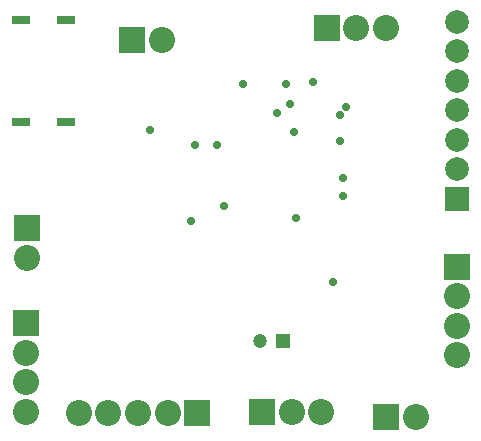
<source format=gbr>
G04*
G04 #@! TF.GenerationSoftware,Altium Limited,Altium Designer,22.4.2 (48)*
G04*
G04 Layer_Color=16711935*
%FSLAX25Y25*%
%MOIN*%
G70*
G04*
G04 #@! TF.SameCoordinates,BD52291B-EC81-4074-921C-677567915CDC*
G04*
G04*
G04 #@! TF.FilePolarity,Negative*
G04*
G01*
G75*
%ADD46R,0.08674X0.08674*%
%ADD47C,0.08674*%
%ADD48C,0.07887*%
%ADD49R,0.07887X0.07887*%
%ADD50R,0.08674X0.08674*%
%ADD51R,0.04737X0.04737*%
%ADD52C,0.04737*%
G04:AMPARAMS|DCode=53|XSize=63.12mil|YSize=27.69mil|CornerRadius=8.92mil|HoleSize=0mil|Usage=FLASHONLY|Rotation=0.000|XOffset=0mil|YOffset=0mil|HoleType=Round|Shape=RoundedRectangle|*
%AMROUNDEDRECTD53*
21,1,0.06312,0.00984,0,0,0.0*
21,1,0.04528,0.02769,0,0,0.0*
1,1,0.01784,0.02264,-0.00492*
1,1,0.01784,-0.02264,-0.00492*
1,1,0.01784,-0.02264,0.00492*
1,1,0.01784,0.02264,0.00492*
%
%ADD53ROUNDEDRECTD53*%
%ADD54C,0.02769*%
D46*
X43307Y131890D02*
D03*
X108268Y135827D02*
D03*
X127953Y5906D02*
D03*
X86614Y7874D02*
D03*
X64961Y7480D02*
D03*
D47*
X53150Y131890D02*
D03*
X118110Y135827D02*
D03*
X127953D02*
D03*
X8268Y59055D02*
D03*
X151575Y46260D02*
D03*
Y36417D02*
D03*
Y26575D02*
D03*
X137795Y5906D02*
D03*
X96457Y7874D02*
D03*
X106299D02*
D03*
X35433Y7480D02*
D03*
X45276D02*
D03*
X55118D02*
D03*
X25591D02*
D03*
X7874Y27559D02*
D03*
Y17717D02*
D03*
Y7874D02*
D03*
D48*
X151575Y137795D02*
D03*
Y127953D02*
D03*
Y118110D02*
D03*
Y88583D02*
D03*
Y98425D02*
D03*
Y108268D02*
D03*
D49*
Y78740D02*
D03*
D50*
X8268Y68898D02*
D03*
X151575Y56102D02*
D03*
X7874Y37402D02*
D03*
D51*
X93701Y31496D02*
D03*
D52*
X85827D02*
D03*
D53*
X6299Y104528D02*
D03*
X21260D02*
D03*
Y138543D02*
D03*
X6299D02*
D03*
D54*
X62992Y71260D02*
D03*
X49213Y101575D02*
D03*
X74016Y76378D02*
D03*
X112598Y98032D02*
D03*
X98032Y72441D02*
D03*
X110236Y51181D02*
D03*
X113779Y85827D02*
D03*
X113684Y79826D02*
D03*
X112598Y106693D02*
D03*
X114567Y109449D02*
D03*
X103543Y117717D02*
D03*
X97244Y101181D02*
D03*
X96063Y110236D02*
D03*
X91732Y107480D02*
D03*
X94488Y116929D02*
D03*
X80315D02*
D03*
X71653Y96850D02*
D03*
X64173D02*
D03*
M02*

</source>
